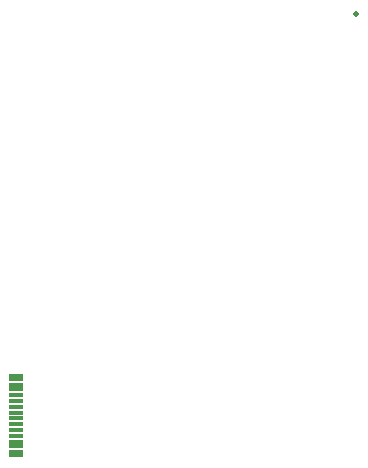
<source format=gbr>
%TF.GenerationSoftware,KiCad,Pcbnew,7.0.6-0*%
%TF.CreationDate,2023-08-18T22:24:39+03:00*%
%TF.ProjectId,iot-data-logger-nfc-samd21,696f742d-6461-4746-912d-6c6f67676572,rev?*%
%TF.SameCoordinates,Original*%
%TF.FileFunction,Paste,Bot*%
%TF.FilePolarity,Positive*%
%FSLAX46Y46*%
G04 Gerber Fmt 4.6, Leading zero omitted, Abs format (unit mm)*
G04 Created by KiCad (PCBNEW 7.0.6-0) date 2023-08-18 22:24:39*
%MOMM*%
%LPD*%
G01*
G04 APERTURE LIST*
%ADD10C,0.500000*%
%ADD11R,1.150000X0.300000*%
G04 APERTURE END LIST*
D10*
%TO.C,AE1*%
X93500000Y-50000000D03*
%TD*%
D11*
%TO.C,J2*%
X64670000Y-87350000D03*
X64670000Y-86550000D03*
X64670000Y-85250000D03*
X64670000Y-84250000D03*
X64670000Y-83750000D03*
X64670000Y-82750000D03*
X64670000Y-81450000D03*
X64670000Y-80650000D03*
X64670000Y-80950000D03*
X64670000Y-81750000D03*
X64670000Y-82250000D03*
X64670000Y-83250000D03*
X64670000Y-84750000D03*
X64670000Y-85750000D03*
X64670000Y-86250000D03*
X64670000Y-87050000D03*
%TD*%
M02*

</source>
